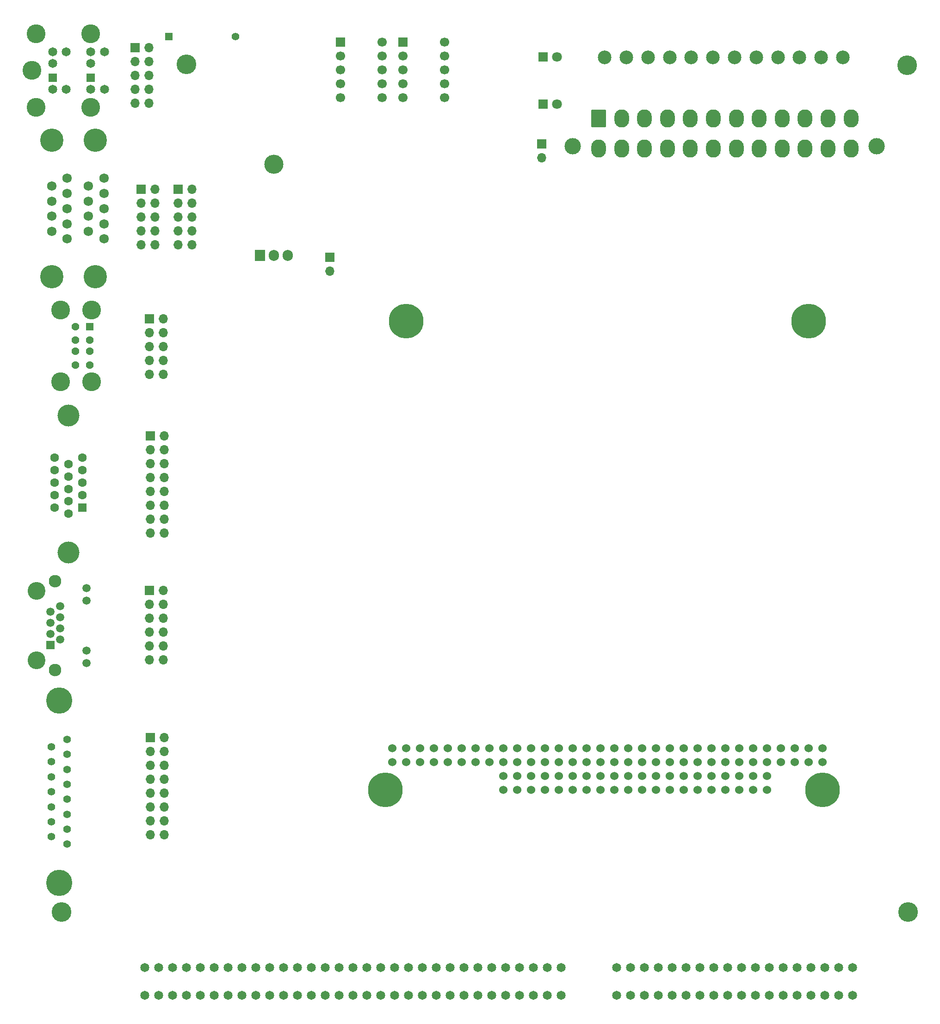
<source format=gbr>
%TF.GenerationSoftware,KiCad,Pcbnew,(6.0.11)*%
%TF.CreationDate,2023-04-06T16:38:06-06:00*%
%TF.ProjectId,isa-itx-pc104-backplane,6973612d-6974-4782-9d70-633130342d62,rev?*%
%TF.SameCoordinates,Original*%
%TF.FileFunction,Soldermask,Bot*%
%TF.FilePolarity,Negative*%
%FSLAX46Y46*%
G04 Gerber Fmt 4.6, Leading zero omitted, Abs format (unit mm)*
G04 Created by KiCad (PCBNEW (6.0.11)) date 2023-04-06 16:38:06*
%MOMM*%
%LPD*%
G01*
G04 APERTURE LIST*
G04 Aperture macros list*
%AMRoundRect*
0 Rectangle with rounded corners*
0 $1 Rounding radius*
0 $2 $3 $4 $5 $6 $7 $8 $9 X,Y pos of 4 corners*
0 Add a 4 corners polygon primitive as box body*
4,1,4,$2,$3,$4,$5,$6,$7,$8,$9,$2,$3,0*
0 Add four circle primitives for the rounded corners*
1,1,$1+$1,$2,$3*
1,1,$1+$1,$4,$5*
1,1,$1+$1,$6,$7*
1,1,$1+$1,$8,$9*
0 Add four rect primitives between the rounded corners*
20,1,$1+$1,$2,$3,$4,$5,0*
20,1,$1+$1,$4,$5,$6,$7,0*
20,1,$1+$1,$6,$7,$8,$9,0*
20,1,$1+$1,$8,$9,$2,$3,0*%
G04 Aperture macros list end*
%ADD10R,1.397000X1.397000*%
%ADD11C,1.397000*%
%ADD12C,1.651000*%
%ADD13R,1.700000X1.700000*%
%ADD14O,1.700000X1.700000*%
%ADD15C,1.700000*%
%ADD16C,2.500000*%
%ADD17C,3.600000*%
%ADD18C,1.524000*%
%ADD19C,6.350000*%
%ADD20R,1.431000X1.431000*%
%ADD21C,1.431000*%
%ADD22C,3.450000*%
%ADD23R,1.650000X1.650000*%
%ADD24C,1.650000*%
%ADD25C,3.000000*%
%ADD26RoundRect,0.250001X-1.099999X-1.399999X1.099999X-1.399999X1.099999X1.399999X-1.099999X1.399999X0*%
%ADD27O,2.700000X3.300000*%
%ADD28C,1.400000*%
%ADD29C,4.800000*%
%ADD30R,1.800000X1.800000*%
%ADD31C,1.800000*%
%ADD32C,4.000000*%
%ADD33R,1.600000X1.600000*%
%ADD34C,1.600000*%
%ADD35C,1.725000*%
%ADD36C,4.266000*%
%ADD37O,3.500000X3.500000*%
%ADD38R,1.905000X2.000000*%
%ADD39O,1.905000X2.000000*%
%ADD40C,3.250000*%
%ADD41R,1.500000X1.500000*%
%ADD42C,1.500000*%
%ADD43C,2.300000*%
G04 APERTURE END LIST*
D10*
%TO.C,F1*%
X84663000Y141478000D03*
D11*
X96855000Y141478000D03*
%TD*%
D12*
%TO.C,J1*%
X80264000Y-33909000D03*
X82804000Y-33909000D03*
X85344000Y-33909000D03*
X87884000Y-33909000D03*
X90424000Y-33909000D03*
X92964000Y-33909000D03*
X95504000Y-33909000D03*
X98044000Y-33909000D03*
X100584000Y-33909000D03*
X103124000Y-33909000D03*
X105664000Y-33909000D03*
X108204000Y-33909000D03*
X110744000Y-33909000D03*
X113284000Y-33909000D03*
X115824000Y-33909000D03*
X118364000Y-33909000D03*
X120904000Y-33909000D03*
X123444000Y-33909000D03*
X125984000Y-33909000D03*
X128524000Y-33909000D03*
X131064000Y-33909000D03*
X133604000Y-33909000D03*
X136144000Y-33909000D03*
X138684000Y-33909000D03*
X141224000Y-33909000D03*
X143764000Y-33909000D03*
X146304000Y-33909000D03*
X148844000Y-33909000D03*
X151384000Y-33909000D03*
X153924000Y-33909000D03*
X156464000Y-33909000D03*
X80264000Y-28829000D03*
X82804000Y-28829000D03*
X85344000Y-28829000D03*
X87884000Y-28829000D03*
X90424000Y-28829000D03*
X92964000Y-28829000D03*
X95504000Y-28829000D03*
X98044000Y-28829000D03*
X100584000Y-28829000D03*
X103124000Y-28829000D03*
X105664000Y-28829000D03*
X108204000Y-28829000D03*
X110744000Y-28829000D03*
X113284000Y-28829000D03*
X115824000Y-28829000D03*
X118364000Y-28829000D03*
X120904000Y-28829000D03*
X123444000Y-28829000D03*
X125984000Y-28829000D03*
X128524000Y-28829000D03*
X131064000Y-28829000D03*
X133604000Y-28829000D03*
X136144000Y-28829000D03*
X138684000Y-28829000D03*
X141224000Y-28829000D03*
X143764000Y-28829000D03*
X146304000Y-28829000D03*
X148844000Y-28829000D03*
X151384000Y-28829000D03*
X153924000Y-28829000D03*
X156464000Y-28829000D03*
X166624000Y-33909000D03*
X169164000Y-33909000D03*
X171704000Y-33909000D03*
X174244000Y-33909000D03*
X176784000Y-33909000D03*
X179324000Y-33909000D03*
X181864000Y-33909000D03*
X184404000Y-33909000D03*
X186944000Y-33909000D03*
X189484000Y-33909000D03*
X192024000Y-33909000D03*
X194564000Y-33909000D03*
X197104000Y-33909000D03*
X199644000Y-33909000D03*
X202184000Y-33909000D03*
X204724000Y-33909000D03*
X207264000Y-33909000D03*
X209804000Y-33909000D03*
X166624000Y-28829000D03*
X169164000Y-28829000D03*
X171704000Y-28829000D03*
X174244000Y-28829000D03*
X176784000Y-28829000D03*
X179324000Y-28829000D03*
X181864000Y-28829000D03*
X184404000Y-28829000D03*
X186944000Y-28829000D03*
X189484000Y-28829000D03*
X192024000Y-28829000D03*
X194564000Y-28829000D03*
X197104000Y-28829000D03*
X199644000Y-28829000D03*
X202184000Y-28829000D03*
X204724000Y-28829000D03*
X207264000Y-28829000D03*
X209804000Y-28829000D03*
%TD*%
D13*
%TO.C,J8*%
X86360000Y113553000D03*
D14*
X88900000Y113553000D03*
X86360000Y111013000D03*
X88900000Y111013000D03*
X86360000Y108473000D03*
X88900000Y108473000D03*
X86360000Y105933000D03*
X88900000Y105933000D03*
X86360000Y103393000D03*
X88900000Y103393000D03*
%TD*%
D13*
%TO.C,U8*%
X116081500Y140459500D03*
D15*
X116081500Y137919500D03*
X116081500Y135379500D03*
X116081500Y132839500D03*
X116081500Y130299500D03*
X123701500Y130299500D03*
X123701500Y132839500D03*
X123701500Y135379500D03*
X123701500Y137919500D03*
X123701500Y140459500D03*
%TD*%
D16*
%TO.C,P9*%
X184266000Y137663000D03*
X180306000Y137663000D03*
X176346000Y137663000D03*
X172386000Y137663000D03*
X168426000Y137663000D03*
X164466000Y137663000D03*
%TD*%
D13*
%TO.C,J10*%
X79634000Y113553000D03*
D14*
X82174000Y113553000D03*
X79634000Y111013000D03*
X82174000Y111013000D03*
X79634000Y108473000D03*
X82174000Y108473000D03*
X79634000Y105933000D03*
X82174000Y105933000D03*
X79634000Y103393000D03*
X82174000Y103393000D03*
%TD*%
D16*
%TO.C,P8*%
X208026000Y137663000D03*
X204066000Y137663000D03*
X200106000Y137663000D03*
X196146000Y137663000D03*
X192186000Y137663000D03*
X188226000Y137663000D03*
%TD*%
D17*
%TO.C,H1*%
X65024000Y-18669000D03*
%TD*%
D18*
%TO.C,BUS1*%
X145923000Y6218000D03*
X148463000Y6218000D03*
X151003000Y6218000D03*
X153543000Y6218000D03*
X156083000Y6218000D03*
X158623000Y6218000D03*
X161163000Y6218000D03*
X163703000Y6218000D03*
X166243000Y6218000D03*
X168783000Y6218000D03*
X171323000Y6218000D03*
X173863000Y6218000D03*
X176403000Y6218000D03*
X178943000Y6218000D03*
X181483000Y6218000D03*
X184023000Y6218000D03*
X186563000Y6218000D03*
X189103000Y6218000D03*
X191643000Y6218000D03*
X194183000Y6218000D03*
X145923000Y3678000D03*
X148463000Y3678000D03*
X151003000Y3678000D03*
X153543000Y3678000D03*
X156083000Y3678000D03*
X158623000Y3678000D03*
X161163000Y3678000D03*
X163703000Y3678000D03*
X166243000Y3678000D03*
X168783000Y3678000D03*
X171323000Y3678000D03*
X173863000Y3678000D03*
X176403000Y3678000D03*
X178943000Y3678000D03*
X181483000Y3678000D03*
X184023000Y3678000D03*
X186563000Y3678000D03*
X189103000Y3678000D03*
X191643000Y3678000D03*
X194183000Y3678000D03*
%TD*%
D13*
%TO.C,J14*%
X81280000Y68453000D03*
D14*
X83820000Y68453000D03*
X81280000Y65913000D03*
X83820000Y65913000D03*
X81280000Y63373000D03*
X83820000Y63373000D03*
X81280000Y60833000D03*
X83820000Y60833000D03*
X81280000Y58293000D03*
X83820000Y58293000D03*
X81280000Y55753000D03*
X83820000Y55753000D03*
X81280000Y53213000D03*
X83820000Y53213000D03*
X81280000Y50673000D03*
X83820000Y50673000D03*
%TD*%
D19*
%TO.C,REF\u002A\u002A*%
X201803000Y89408000D03*
%TD*%
D20*
%TO.C,J4*%
X70226000Y88407000D03*
D21*
X70226000Y85907000D03*
X70226000Y83907000D03*
X70226000Y81407000D03*
X67606000Y88407000D03*
X67606000Y85907000D03*
X67606000Y83907000D03*
X67606000Y81407000D03*
D22*
X64896000Y91477000D03*
X64896000Y78337000D03*
X70576000Y91477000D03*
X70576000Y78337000D03*
%TD*%
D19*
%TO.C,REF\u002A\u002A*%
X204343000Y3678000D03*
%TD*%
D17*
%TO.C,H1*%
X219964000Y-18669000D03*
%TD*%
D13*
%TO.C,J15*%
X78486000Y139446000D03*
D14*
X81026000Y139446000D03*
X78486000Y136906000D03*
X81026000Y136906000D03*
X78486000Y134366000D03*
X81026000Y134366000D03*
X78486000Y131826000D03*
X81026000Y131826000D03*
X78486000Y129286000D03*
X81026000Y129286000D03*
%TD*%
D17*
%TO.C,H1*%
X219837000Y136271000D03*
%TD*%
D13*
%TO.C,U7*%
X127508000Y140462000D03*
D15*
X127508000Y137922000D03*
X127508000Y135382000D03*
X127508000Y132842000D03*
X127508000Y130302000D03*
X135128000Y130302000D03*
X135128000Y132842000D03*
X135128000Y135382000D03*
X135128000Y137922000D03*
X135128000Y140462000D03*
%TD*%
D18*
%TO.C,BUS2*%
X125603000Y8758000D03*
X128143000Y8758000D03*
X130683000Y8758000D03*
X133223000Y8758000D03*
X135763000Y8758000D03*
X138303000Y8758000D03*
X140843000Y8758000D03*
X143383000Y8758000D03*
X145923000Y8758000D03*
X148463000Y8758000D03*
X151003000Y8758000D03*
X153543000Y8758000D03*
X156083000Y8758000D03*
X158623000Y8758000D03*
X161163000Y8758000D03*
X163703000Y8758000D03*
X166243000Y8758000D03*
X168783000Y8758000D03*
X171323000Y8758000D03*
X173863000Y8758000D03*
X176403000Y8758000D03*
X178943000Y8758000D03*
X181483000Y8758000D03*
X184023000Y8758000D03*
X186563000Y8758000D03*
X189103000Y8758000D03*
X191643000Y8758000D03*
X194183000Y8758000D03*
X196723000Y8758000D03*
X199263000Y8758000D03*
X201803000Y8758000D03*
X204343000Y8758000D03*
X125603000Y11298000D03*
X128143000Y11298000D03*
X130683000Y11298000D03*
X133223000Y11298000D03*
X135763000Y11298000D03*
X138303000Y11298000D03*
X140843000Y11298000D03*
X143383000Y11298000D03*
X145923000Y11298000D03*
X148463000Y11298000D03*
X151003000Y11298000D03*
X153543000Y11298000D03*
X156083000Y11298000D03*
X158623000Y11298000D03*
X161163000Y11298000D03*
X163703000Y11298000D03*
X166243000Y11298000D03*
X168783000Y11298000D03*
X171323000Y11298000D03*
X173863000Y11298000D03*
X176403000Y11298000D03*
X178943000Y11298000D03*
X181483000Y11298000D03*
X184023000Y11298000D03*
X186563000Y11298000D03*
X189103000Y11298000D03*
X191643000Y11298000D03*
X194183000Y11298000D03*
X196723000Y11298000D03*
X199263000Y11298000D03*
X201803000Y11298000D03*
X204343000Y11298000D03*
%TD*%
D23*
%TO.C,J16*%
X63397000Y133970000D03*
D24*
X63397000Y136570000D03*
X63397000Y131870000D03*
X63397000Y138670000D03*
X65897000Y131870000D03*
X65897000Y138670000D03*
D23*
X70397000Y133970000D03*
D24*
X70397000Y136570000D03*
X70397000Y131870000D03*
X70397000Y138670000D03*
X72897000Y131870000D03*
X72897000Y138670000D03*
D22*
X60397000Y142020000D03*
X59597000Y135270000D03*
X60397000Y128520000D03*
X70397000Y142020000D03*
X70397000Y128520000D03*
%TD*%
D25*
%TO.C,J2*%
X214229000Y121451000D03*
X158629000Y121451000D03*
D26*
X163329000Y126491000D03*
D27*
X167529000Y126491000D03*
X171729000Y126491000D03*
X175929000Y126491000D03*
X180129000Y126491000D03*
X184329000Y126491000D03*
X188529000Y126491000D03*
X192729000Y126491000D03*
X196929000Y126491000D03*
X201129000Y126491000D03*
X205329000Y126491000D03*
X209529000Y126491000D03*
X163329000Y120991000D03*
X167529000Y120991000D03*
X171729000Y120991000D03*
X175929000Y120991000D03*
X180129000Y120991000D03*
X184329000Y120991000D03*
X188529000Y120991000D03*
X192729000Y120991000D03*
X196929000Y120991000D03*
X201129000Y120991000D03*
X205329000Y120991000D03*
X209529000Y120991000D03*
%TD*%
D28*
%TO.C,J7*%
X66036000Y-6299000D03*
X63196000Y-4929000D03*
X66036000Y-3559000D03*
X63196000Y-2189000D03*
X66036000Y-819000D03*
X63196000Y551000D03*
X66036000Y1921000D03*
X63196000Y3291000D03*
X66036000Y4661000D03*
X63196000Y6031000D03*
X66036000Y7401000D03*
X63196000Y8771000D03*
X66036000Y10141000D03*
X63196000Y11511000D03*
X66036000Y12881000D03*
D29*
X64616000Y-13369000D03*
X64616000Y19951000D03*
%TD*%
D19*
%TO.C,REF\u002A\u002A*%
X128143000Y89408000D03*
%TD*%
D13*
%TO.C,J17*%
X114173000Y101097000D03*
D14*
X114173000Y98557000D03*
%TD*%
D13*
%TO.C,J9*%
X81148000Y89799000D03*
D14*
X83688000Y89799000D03*
X81148000Y87259000D03*
X83688000Y87259000D03*
X81148000Y84719000D03*
X83688000Y84719000D03*
X81148000Y82179000D03*
X83688000Y82179000D03*
X81148000Y79639000D03*
X83688000Y79639000D03*
%TD*%
D30*
%TO.C,D2*%
X153157000Y137795000D03*
D31*
X155697000Y137795000D03*
%TD*%
D30*
%TO.C,D1*%
X153157000Y129159000D03*
D31*
X155697000Y129159000D03*
%TD*%
D17*
%TO.C,H1*%
X87884000Y136398000D03*
%TD*%
D19*
%TO.C,REF\u002A\u002A*%
X124333000Y3678000D03*
%TD*%
D32*
%TO.C,J5*%
X66299000Y72116000D03*
X66299000Y47116000D03*
D33*
X68839000Y55296000D03*
D34*
X68839000Y57576000D03*
X68839000Y59856000D03*
X68839000Y62136000D03*
X68839000Y64416000D03*
X66299000Y54156000D03*
X66299000Y56436000D03*
X66299000Y58716000D03*
X66299000Y60996000D03*
X66299000Y63276000D03*
X63759000Y55296000D03*
X63759000Y57576000D03*
X63759000Y59856000D03*
X63759000Y62136000D03*
X63759000Y64416000D03*
%TD*%
D13*
%TO.C,J13*%
X81280000Y13208000D03*
D14*
X83820000Y13208000D03*
X81280000Y10668000D03*
X83820000Y10668000D03*
X81280000Y8128000D03*
X83820000Y8128000D03*
X81280000Y5588000D03*
X83820000Y5588000D03*
X81280000Y3048000D03*
X83820000Y3048000D03*
X81280000Y508000D03*
X83820000Y508000D03*
X81280000Y-2032000D03*
X83820000Y-2032000D03*
X81280000Y-4572000D03*
X83820000Y-4572000D03*
%TD*%
D35*
%TO.C,J3*%
X72822000Y115537000D03*
X66062000Y115537000D03*
X72822000Y112767000D03*
X66062000Y112767000D03*
X72822000Y109997000D03*
X66062000Y109997000D03*
X72822000Y107227000D03*
X66062000Y107227000D03*
X72822000Y104457000D03*
X66062000Y104457000D03*
X69982000Y114152000D03*
X63222000Y114152000D03*
X69982000Y111382000D03*
X63222000Y111382000D03*
X69982000Y108612000D03*
X63222000Y108612000D03*
X69982000Y105842000D03*
X63222000Y105842000D03*
D36*
X63222000Y122492000D03*
X63222000Y97502000D03*
X71222000Y122492000D03*
X71222000Y97502000D03*
%TD*%
D13*
%TO.C,J11*%
X152908000Y121798000D03*
D14*
X152908000Y119258000D03*
%TD*%
D37*
%TO.C,U1*%
X103887000Y118084000D03*
D38*
X101347000Y101424000D03*
D39*
X103887000Y101424000D03*
X106427000Y101424000D03*
%TD*%
D40*
%TO.C,J6*%
X60455000Y40052000D03*
X60455000Y27352000D03*
D41*
X62995000Y30142000D03*
D42*
X64775000Y31158000D03*
X62995000Y32174000D03*
X64775000Y33190000D03*
X62995000Y34206000D03*
X64775000Y35222000D03*
X62995000Y36238000D03*
X64775000Y37254000D03*
X69595000Y26842000D03*
X69595000Y29132000D03*
X69595000Y38272000D03*
X69595000Y40562000D03*
D43*
X63885000Y25572000D03*
X63885000Y41832000D03*
%TD*%
D13*
%TO.C,J12*%
X81148000Y40147000D03*
D14*
X83688000Y40147000D03*
X81148000Y37607000D03*
X83688000Y37607000D03*
X81148000Y35067000D03*
X83688000Y35067000D03*
X81148000Y32527000D03*
X83688000Y32527000D03*
X81148000Y29987000D03*
X83688000Y29987000D03*
X81148000Y27447000D03*
X83688000Y27447000D03*
%TD*%
M02*

</source>
